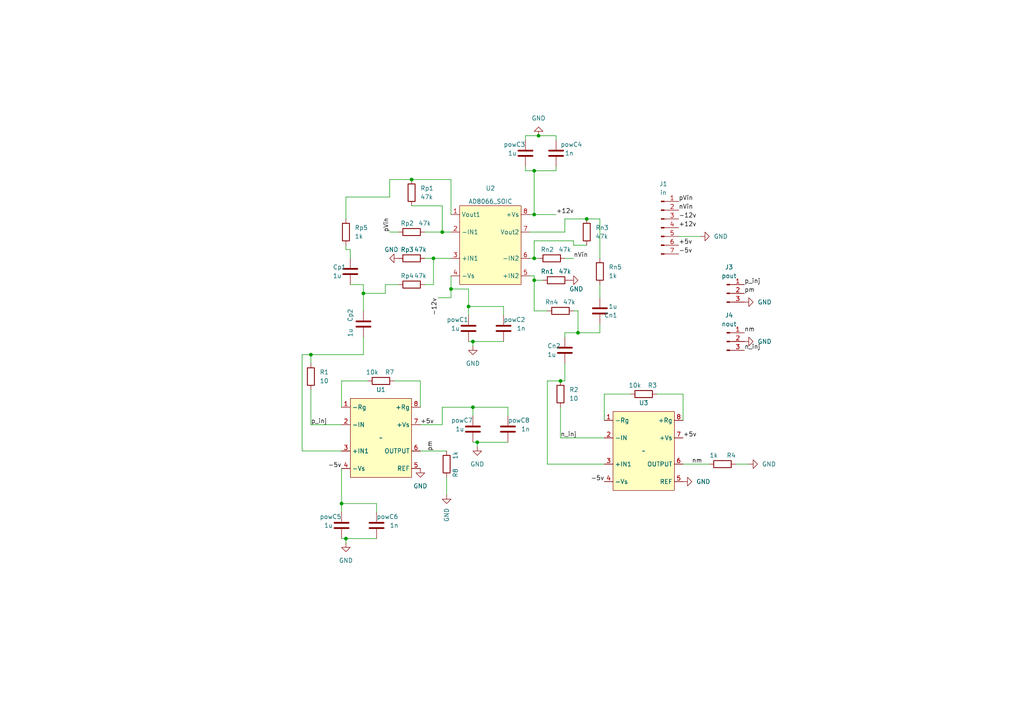
<source format=kicad_sch>
(kicad_sch (version 20230121) (generator eeschema)
  (paper "A4")
  (lib_symbols
    (symbol "AD8132:AD623"
      (property "Reference" "U" (at 0 0 0))
      (symbol "AD623_1_1"
        (rectangle (start -8.89 11.43) (end 8.89 -11.43) (fill (type background)))
        (pin bidirectional line (at -11.43 8.89 0) (length 2.54) (name "-Rg") (number "1"))
        (pin bidirectional line (at -11.43 3.81 0) (length 2.54) (name "-IN") (number "2"))
        (pin bidirectional line (at -11.43 -3.81 0) (length 2.54) (name "+IN1") (number "3"))
        (pin bidirectional line (at -11.43 -8.89 0) (length 2.54) (name "-Vs") (number "4"))
        (pin bidirectional line (at 11.43 -8.89 180) (length 2.54) (name "REF") (number "5"))
        (pin bidirectional line (at 11.43 -3.81 180) (length 2.54) (name "OUTPUT") (number "6"))
        (pin bidirectional line (at 11.43 3.81 180) (length 2.54) (name "+Vs") (number "7"))
        (pin bidirectional line (at 11.43 8.89 180) (length 2.54) (name "+Rg") (number "8"))
      )
    )
    (symbol "AD8132:AD8066_SOIC"
      (property "Reference" "U" (at 0 10.16 0))
      (property "Value" "AD8066_SOIC" (at 1.27 11.43 0))
      (symbol "AD8066_SOIC_1_1"
        (rectangle (start -8.89 8.89) (end 8.89 -13.97) (fill (type background)))
        (pin bidirectional line (at -11.43 6.35 0) (length 2.54) (name "Vout1") (number "1"))
        (pin bidirectional line (at -11.43 1.27 0) (length 2.54) (name "-IN1") (number "2"))
        (pin bidirectional line (at -11.43 -6.35 0) (length 2.54) (name "+IN1") (number "3"))
        (pin bidirectional line (at -11.43 -11.43 0) (length 2.54) (name "-Vs") (number "4"))
        (pin bidirectional line (at 11.43 -11.43 180) (length 2.54) (name "+IN2") (number "5"))
        (pin bidirectional line (at 11.43 -6.35 180) (length 2.54) (name "-IN2") (number "6"))
        (pin bidirectional line (at 11.43 1.27 180) (length 2.54) (name "Vout2") (number "7"))
        (pin bidirectional line (at 11.43 6.35 180) (length 2.54) (name "+Vs") (number "8"))
      )
    )
    (symbol "Connector:Conn_01x03_Pin" (pin_names (offset 1.016) hide)
      (property "Reference" "J" (at 0 5.08 0))
      (property "Value" "Conn_01x03_Pin" (at 0 -5.08 0))
      (symbol "Conn_01x03_Pin_1_1"
        (polyline (pts (xy 1.27 -2.54) (xy 0.8636 -2.54)) (stroke (width 0.1524)))
        (polyline (pts (xy 1.27 0) (xy 0.8636 0)) (stroke (width 0.1524)))
        (polyline (pts (xy 1.27 2.54) (xy 0.8636 2.54)) (stroke (width 0.1524)))
        (rectangle (start 0.8636 -2.413) (end 0 -2.667) (stroke (width 0.1524)) (fill (type outline)))
        (rectangle (start 0.8636 0.127) (end 0 -0.127) (stroke (width 0.1524)) (fill (type outline)))
        (rectangle (start 0.8636 2.667) (end 0 2.413) (stroke (width 0.1524)) (fill (type outline)))
        (pin passive line (at 5.08 2.54 180) (length 3.81) (name "Pin_1") (number "1"))
        (pin passive line (at 5.08 0 180) (length 3.81) (name "Pin_2") (number "2"))
        (pin passive line (at 5.08 -2.54 180) (length 3.81) (name "Pin_3") (number "3"))
      )
    )
    (symbol "Connector:Conn_01x07_Pin" (pin_names (offset 1.016) hide)
      (property "Reference" "J" (at 0 10.16 0))
      (property "Value" "Conn_01x07_Pin" (at 0 -10.16 0))
      (symbol "Conn_01x07_Pin_1_1"
        (polyline (pts (xy 1.27 -7.62) (xy 0.8636 -7.62)) (stroke (width 0.1524)))
        (polyline (pts (xy 1.27 -5.08) (xy 0.8636 -5.08)) (stroke (width 0.1524)))
        (polyline (pts (xy 1.27 -2.54) (xy 0.8636 -2.54)) (stroke (width 0.1524)))
        (polyline (pts (xy 1.27 0) (xy 0.8636 0)) (stroke (width 0.1524)))
        (polyline (pts (xy 1.27 2.54) (xy 0.8636 2.54)) (stroke (width 0.1524)))
        (polyline (pts (xy 1.27 5.08) (xy 0.8636 5.08)) (stroke (width 0.1524)))
        (polyline (pts (xy 1.27 7.62) (xy 0.8636 7.62)) (stroke (width 0.1524)))
        (rectangle (start 0.8636 -7.493) (end 0 -7.747) (stroke (width 0.1524)) (fill (type outline)))
        (rectangle (start 0.8636 -4.953) (end 0 -5.207) (stroke (width 0.1524)) (fill (type outline)))
        (rectangle (start 0.8636 -2.413) (end 0 -2.667) (stroke (width 0.1524)) (fill (type outline)))
        (rectangle (start 0.8636 0.127) (end 0 -0.127) (stroke (width 0.1524)) (fill (type outline)))
        (rectangle (start 0.8636 2.667) (end 0 2.413) (stroke (width 0.1524)) (fill (type outline)))
        (rectangle (start 0.8636 5.207) (end 0 4.953) (stroke (width 0.1524)) (fill (type outline)))
        (rectangle (start 0.8636 7.747) (end 0 7.493) (stroke (width 0.1524)) (fill (type outline)))
        (pin passive line (at 5.08 7.62 180) (length 3.81) (name "Pin_1") (number "1"))
        (pin passive line (at 5.08 5.08 180) (length 3.81) (name "Pin_2") (number "2"))
        (pin passive line (at 5.08 2.54 180) (length 3.81) (name "Pin_3") (number "3"))
        (pin passive line (at 5.08 0 180) (length 3.81) (name "Pin_4") (number "4"))
        (pin passive line (at 5.08 -2.54 180) (length 3.81) (name "Pin_5") (number "5"))
        (pin passive line (at 5.08 -5.08 180) (length 3.81) (name "Pin_6") (number "6"))
        (pin passive line (at 5.08 -7.62 180) (length 3.81) (name "Pin_7") (number "7"))
      )
    )
    (symbol "Device:C" (pin_numbers hide) (pin_names (offset 0.254))
      (property "Reference" "C" (at 0.635 2.54 0))
      (property "Value" "C" (at 0.635 -2.54 0))
      (symbol "C_0_1"
        (polyline (pts (xy -2.032 -0.762) (xy 2.032 -0.762)) (stroke (width 0.508)))
        (polyline (pts (xy -2.032 0.762) (xy 2.032 0.762)) (stroke (width 0.508)))
      )
      (symbol "C_1_1"
        (pin passive line (at 0 3.81 270) (length 2.794) (name "~") (number "1"))
        (pin passive line (at 0 -3.81 90) (length 2.794) (name "~") (number "2"))
      )
    )
    (symbol "Device:R" (pin_numbers hide) (pin_names (offset 0))
      (property "Reference" "R" (at 2.032 0 90))
      (property "Value" "R" (at 0 0 90))
      (symbol "R_0_1"
        (rectangle (start -1.016 -2.54) (end 1.016 2.54) (stroke (width 0.254)))
      )
      (symbol "R_1_1"
        (pin passive line (at 0 3.81 270) (length 1.27) (name "~") (number "1"))
        (pin passive line (at 0 -3.81 90) (length 1.27) (name "~") (number "2"))
      )
    )
    (symbol "power:GND" (power) (pin_names (offset 0))
      (property "Value" "GND" (at 0 -3.81 0))
      (symbol "GND_0_1"
        (polyline (pts (xy 0 0) (xy 0 -1.27) (xy 1.27 -1.27) (xy 0 -2.54) (xy -1.27 -1.27) (xy 0 -1.27)))
      )
      (symbol "GND_1_1"
        (pin power_in line (at 0 0 270) (length 0) hide (name "GND") (number "1"))
      )
    )
  )
  (junction (at 170.18 63.5))
  (junction (at 90.17 102.87))
  (junction (at 138.43 128.27))
  (junction (at 100.33 156.21))
  (junction (at 154.94 74.93))
  (junction (at 154.94 81.28))
  (junction (at 156.21 39.37))
  (junction (at 154.94 62.23))
  (junction (at 167.64 96.52))
  (junction (at 137.16 118.11))
  (junction (at 128.27 67.31))
  (junction (at 99.06 146.05))
  (junction (at 119.38 52.07))
  (junction (at 137.16 99.06))
  (junction (at 130.81 83.82))
  (junction (at 154.94 49.53))
  (junction (at 105.41 85.09))
  (junction (at 162.56 110.49))
  (junction (at 135.89 88.9))
  (junction (at 125.73 74.93))
  (wire (pts (xy 152.4 39.37) (xy 152.4 40.64)))
  (wire (pts (xy 135.89 88.9) (xy 146.05 88.9)))
  (wire (pts (xy 135.89 88.9) (xy 135.89 83.82)))
  (wire (pts (xy 113.03 67.31) (xy 115.57 67.31)))
  (wire (pts (xy 128.27 123.19) (xy 128.27 118.11)))
  (wire (pts (xy 121.92 110.49) (xy 121.92 118.11)))
  (wire (pts (xy 90.17 113.03) (xy 90.17 123.19)))
  (wire (pts (xy 154.94 81.28) (xy 157.48 81.28)))
  (wire (pts (xy 135.89 99.06) (xy 137.16 99.06)))
  (wire (pts (xy 154.94 49.53) (xy 154.94 62.23)))
  (wire (pts (xy 99.06 148.59) (xy 99.06 146.05)))
  (wire (pts (xy 153.67 67.31) (xy 163.83 67.31)))
  (wire (pts (xy 156.21 39.37) (xy 152.4 39.37)))
  (wire (pts (xy 101.6 82.55) (xy 105.41 82.55)))
  (wire (pts (xy 113.03 52.07) (xy 119.38 52.07)))
  (wire (pts (xy 121.92 130.81) (xy 129.54 130.81)))
  (wire (pts (xy 170.18 63.5) (xy 173.99 63.5)))
  (wire (pts (xy 123.19 74.93) (xy 125.73 74.93)))
  (wire (pts (xy 153.67 74.93) (xy 154.94 74.93)))
  (wire (pts (xy 87.63 130.81) (xy 99.06 130.81)))
  (wire (pts (xy 135.89 83.82) (xy 130.81 83.82)))
  (wire (pts (xy 113.03 57.15) (xy 100.33 57.15)))
  (wire (pts (xy 137.16 99.06) (xy 146.05 99.06)))
  (wire (pts (xy 167.64 96.52) (xy 173.99 96.52)))
  (wire (pts (xy 99.06 110.49) (xy 106.68 110.49)))
  (wire (pts (xy 152.4 49.53) (xy 154.94 49.53)))
  (wire (pts (xy 166.37 71.12) (xy 170.18 71.12)))
  (wire (pts (xy 173.99 96.52) (xy 173.99 93.98)))
  (wire (pts (xy 99.06 118.11) (xy 99.06 110.49)))
  (wire (pts (xy 163.83 105.41) (xy 163.83 110.49)))
  (wire (pts (xy 138.43 128.27) (xy 147.32 128.27)))
  (wire (pts (xy 175.26 114.3) (xy 175.26 121.92)))
  (wire (pts (xy 137.16 99.06) (xy 137.16 100.33)))
  (wire (pts (xy 158.75 110.49) (xy 162.56 110.49)))
  (wire (pts (xy 213.36 134.62) (xy 217.17 134.62)))
  (wire (pts (xy 163.83 63.5) (xy 170.18 63.5)))
  (wire (pts (xy 167.64 90.17) (xy 167.64 96.52)))
  (wire (pts (xy 162.56 127) (xy 175.26 127)))
  (wire (pts (xy 101.6 72.39) (xy 101.6 74.93)))
  (wire (pts (xy 99.06 135.89) (xy 99.06 146.05)))
  (wire (pts (xy 113.03 57.15) (xy 113.03 52.07)))
  (wire (pts (xy 156.21 39.37) (xy 161.29 39.37)))
  (wire (pts (xy 130.81 62.23) (xy 130.81 52.07)))
  (wire (pts (xy 198.12 134.62) (xy 205.74 134.62)))
  (wire (pts (xy 190.5 114.3) (xy 198.12 114.3)))
  (wire (pts (xy 137.16 118.11) (xy 147.32 118.11)))
  (wire (pts (xy 128.27 59.69) (xy 119.38 59.69)))
  (wire (pts (xy 154.94 90.17) (xy 158.75 90.17)))
  (wire (pts (xy 137.16 120.65) (xy 137.16 118.11)))
  (wire (pts (xy 154.94 81.28) (xy 154.94 90.17)))
  (wire (pts (xy 175.26 134.62) (xy 158.75 134.62)))
  (wire (pts (xy 90.17 102.87) (xy 90.17 105.41)))
  (wire (pts (xy 121.92 123.19) (xy 128.27 123.19)))
  (wire (pts (xy 162.56 118.11) (xy 162.56 127)))
  (wire (pts (xy 153.67 62.23) (xy 154.94 62.23)))
  (wire (pts (xy 203.2 68.58) (xy 196.85 68.58)))
  (wire (pts (xy 105.41 97.79) (xy 105.41 102.87)))
  (wire (pts (xy 198.12 114.3) (xy 198.12 121.92)))
  (wire (pts (xy 123.19 82.55) (xy 125.73 82.55)))
  (wire (pts (xy 161.29 40.64) (xy 161.29 39.37)))
  (wire (pts (xy 127 86.36) (xy 130.81 86.36)))
  (wire (pts (xy 123.19 67.31) (xy 128.27 67.31)))
  (wire (pts (xy 129.54 138.43) (xy 129.54 143.51)))
  (wire (pts (xy 90.17 102.87) (xy 87.63 102.87)))
  (wire (pts (xy 111.76 85.09) (xy 105.41 85.09)))
  (wire (pts (xy 114.3 110.49) (xy 121.92 110.49)))
  (wire (pts (xy 90.17 102.87) (xy 105.41 102.87)))
  (wire (pts (xy 105.41 85.09) (xy 105.41 90.17)))
  (wire (pts (xy 147.32 118.11) (xy 147.32 120.65)))
  (wire (pts (xy 154.94 62.23) (xy 161.29 62.23)))
  (wire (pts (xy 163.83 74.93) (xy 166.37 74.93)))
  (wire (pts (xy 173.99 63.5) (xy 173.99 74.93)))
  (wire (pts (xy 115.57 82.55) (xy 111.76 82.55)))
  (wire (pts (xy 163.83 110.49) (xy 162.56 110.49)))
  (wire (pts (xy 99.06 156.21) (xy 100.33 156.21)))
  (wire (pts (xy 90.17 123.19) (xy 99.06 123.19)))
  (wire (pts (xy 137.16 128.27) (xy 138.43 128.27)))
  (wire (pts (xy 173.99 82.55) (xy 173.99 86.36)))
  (wire (pts (xy 154.94 74.93) (xy 154.94 69.85)))
  (wire (pts (xy 100.33 57.15) (xy 100.33 63.5)))
  (wire (pts (xy 128.27 67.31) (xy 128.27 59.69)))
  (wire (pts (xy 105.41 82.55) (xy 105.41 85.09)))
  (wire (pts (xy 100.33 71.12) (xy 100.33 72.39)))
  (wire (pts (xy 152.4 48.26) (xy 152.4 49.53)))
  (wire (pts (xy 109.22 146.05) (xy 109.22 148.59)))
  (wire (pts (xy 166.37 69.85) (xy 166.37 71.12)))
  (wire (pts (xy 182.88 114.3) (xy 175.26 114.3)))
  (wire (pts (xy 167.64 96.52) (xy 163.83 96.52)))
  (wire (pts (xy 130.81 83.82) (xy 130.81 80.01)))
  (wire (pts (xy 154.94 80.01) (xy 154.94 81.28)))
  (wire (pts (xy 111.76 82.55) (xy 111.76 85.09)))
  (wire (pts (xy 166.37 90.17) (xy 167.64 90.17)))
  (wire (pts (xy 135.89 91.44) (xy 135.89 88.9)))
  (wire (pts (xy 87.63 102.87) (xy 87.63 130.81)))
  (wire (pts (xy 138.43 128.27) (xy 138.43 129.54)))
  (wire (pts (xy 154.94 49.53) (xy 161.29 49.53)))
  (wire (pts (xy 128.27 118.11) (xy 137.16 118.11)))
  (wire (pts (xy 163.83 96.52) (xy 163.83 97.79)))
  (wire (pts (xy 154.94 74.93) (xy 156.21 74.93)))
  (wire (pts (xy 128.27 67.31) (xy 130.81 67.31)))
  (wire (pts (xy 154.94 69.85) (xy 166.37 69.85)))
  (wire (pts (xy 163.83 67.31) (xy 163.83 63.5)))
  (wire (pts (xy 100.33 156.21) (xy 109.22 156.21)))
  (wire (pts (xy 153.67 80.01) (xy 154.94 80.01)))
  (wire (pts (xy 101.6 72.39) (xy 100.33 72.39)))
  (wire (pts (xy 130.81 86.36) (xy 130.81 83.82)))
  (wire (pts (xy 100.33 156.21) (xy 100.33 157.48)))
  (wire (pts (xy 125.73 74.93) (xy 125.73 82.55)))
  (wire (pts (xy 119.38 52.07) (xy 130.81 52.07)))
  (wire (pts (xy 161.29 48.26) (xy 161.29 49.53)))
  (wire (pts (xy 146.05 88.9) (xy 146.05 91.44)))
  (wire (pts (xy 99.06 146.05) (xy 109.22 146.05)))
  (wire (pts (xy 158.75 134.62) (xy 158.75 110.49)))
  (wire (pts (xy 125.73 74.93) (xy 130.81 74.93)))
  (label "nVin" (at 196.85 60.96 0))
  (label "n_inj" (at 162.56 127 0))
  (label "-5v" (at 196.85 73.66 0))
  (label "+12v" (at 161.29 62.23 0))
  (label "pVin" (at 113.03 67.31 90))
  (label "+5v" (at 196.85 71.12 0))
  (label "p_inj" (at 215.9 82.55 0))
  (label "-12v" (at 196.85 63.5 0))
  (label "-5v" (at 175.26 139.7 180))
  (label "nm" (at 200.66 134.62 0))
  (label "nm" (at 215.9 96.52 0))
  (label "nVin" (at 166.37 74.93 0))
  (label "pm" (at 125.73 130.81 90))
  (label "+12v" (at 196.85 66.04 0))
  (label "+5v" (at 198.12 127 0))
  (label "p_inj" (at 90.17 123.19 0))
  (label "-5v" (at 99.06 135.89 180))
  (label "n_inj" (at 215.9 101.6 0))
  (label "pVin" (at 196.85 58.42 0))
  (label "+5v" (at 121.92 123.19 0))
  (label "-12v" (at 127 86.36 270))
  (label "pm" (at 215.9 85.09 0))
  (symbol (lib_id "Device:C") (at 152.4 44.45 0) (unit 1)
    (property "Reference" "powC3" (at 146.05 41.91 0) (effects (justify left)))
    (property "Value" "1u" (at 147.32 44.45 0) (effects (justify left)))
    (property "Footprint" "Resistor_THT:R_Axial_DIN0207_L6.3mm_D2.5mm_P7.62mm_Horizontal" (effects hide))
  )
  (symbol (lib_id "power:GND") (at 121.92 135.89 0) (unit 1)
    (property "Reference" "#PWR02" (effects hide))
    (property "Value" "GND" (at 121.92 140.97 0))
  )
  (symbol (lib_id "power:GND") (at 165.1 81.28 90) (unit 1)
    (property "Reference" "#PWR07" (effects hide))
    (property "Value" "GND" (at 165.1 83.82 90) (effects (justify right)))
  )
  (symbol (lib_id "Device:R") (at 173.99 78.74 180) (unit 1)
    (property "Reference" "Rn5" (at 176.53 77.47 0) (effects (justify right)))
    (property "Value" "1k" (at 176.53 80.01 0) (effects (justify right)))
    (property "Footprint" "Resistor_THT:R_Axial_DIN0207_L6.3mm_D2.5mm_P10.16mm_Horizontal" (effects hide))
  )
  (symbol (lib_id "power:GND") (at 156.21 39.37 180) (unit 1)
    (property "Reference" "#PWR05" (effects hide))
    (property "Value" "GND" (at 156.21 34.29 0))
  )
  (symbol (lib_id "Device:R") (at 119.38 55.88 180) (unit 1)
    (property "Reference" "Rp1" (at 121.92 54.61 0) (effects (justify right)))
    (property "Value" "47k" (at 121.92 57.15 0) (effects (justify right)))
    (property "Footprint" "Resistor_THT:R_Axial_DIN0207_L6.3mm_D2.5mm_P10.16mm_Horizontal" (effects hide))
  )
  (symbol (lib_id "Device:R") (at 90.17 109.22 180) (unit 1)
    (property "Reference" "R1" (at 92.71 107.95 0) (effects (justify right)))
    (property "Value" "10" (at 92.71 110.49 0) (effects (justify right)))
    (property "Footprint" "Resistor_THT:R_Axial_DIN0207_L6.3mm_D2.5mm_P10.16mm_Horizontal" (effects hide))
  )
  (symbol (lib_id "Device:C") (at 109.22 152.4 0) (unit 1)
    (property "Reference" "powC6" (at 109.22 149.86 0) (effects (justify left)))
    (property "Value" "1n" (at 113.03 152.4 0) (effects (justify left)))
    (property "Footprint" "Resistor_THT:R_Axial_DIN0207_L6.3mm_D2.5mm_P7.62mm_Horizontal" (effects hide))
  )
  (symbol (lib_id "Device:R") (at 170.18 67.31 0) (unit 1)
    (property "Reference" "Rn3" (at 172.72 66.04 0) (effects (justify left)))
    (property "Value" "47k" (at 172.72 68.58 0) (effects (justify left)))
    (property "Footprint" "Resistor_THT:R_Axial_DIN0207_L6.3mm_D2.5mm_P10.16mm_Horizontal" (effects hide))
  )
  (symbol (lib_id "power:GND") (at 215.9 99.06 90) (unit 1)
    (property "Reference" "#PWR09" (effects hide))
    (property "Value" "GND" (at 219.71 99.06 90) (effects (justify right)))
  )
  (symbol (lib_id "Device:C") (at 99.06 152.4 0) (unit 1)
    (property "Reference" "powC5" (at 92.71 149.86 0) (effects (justify left)))
    (property "Value" "1u" (at 93.98 152.4 0) (effects (justify left)))
    (property "Footprint" "Resistor_THT:R_Axial_DIN0207_L6.3mm_D2.5mm_P7.62mm_Horizontal" (effects hide))
  )
  (symbol (lib_id "power:GND") (at 137.16 100.33 0) (unit 1)
    (property "Reference" "#PWR03" (effects hide))
    (property "Value" "GND" (at 137.16 105.41 0))
  )
  (symbol (lib_id "AD8132:AD623") (at 110.49 127 0) (unit 1)
    (property "Reference" "U1" (at 110.49 113.03 0))
    (property "Value" "~" (at 110.49 127 0))
    (property "Footprint" "Package_DIP:DIP-8_W7.62mm" (effects hide))
  )
  (symbol (lib_id "Device:R") (at 129.54 134.62 180) (unit 1)
    (property "Reference" "R8" (at 132.08 137.16 90))
    (property "Value" "1k" (at 132.08 132.08 90))
    (property "Footprint" "Resistor_THT:R_Axial_DIN0207_L6.3mm_D2.5mm_P10.16mm_Horizontal" (effects hide))
  )
  (symbol (lib_id "Device:R") (at 119.38 74.93 90) (unit 1)
    (property "Reference" "Rp3" (at 118.11 72.39 90))
    (property "Value" "47k" (at 121.92 72.39 90))
    (property "Footprint" "Resistor_THT:R_Axial_DIN0207_L6.3mm_D2.5mm_P10.16mm_Horizontal" (effects hide))
  )
  (symbol (lib_id "power:GND") (at 129.54 143.51 0) (unit 1)
    (property "Reference" "#PWR04" (effects hide))
    (property "Value" "GND" (at 129.54 147.32 90) (effects (justify right)))
  )
  (symbol (lib_id "Device:R") (at 161.29 81.28 270) (unit 1)
    (property "Reference" "Rn1" (at 158.75 78.74 90))
    (property "Value" "47k" (at 163.83 78.74 90))
    (property "Footprint" "Resistor_THT:R_Axial_DIN0207_L6.3mm_D2.5mm_P10.16mm_Horizontal" (effects hide))
  )
  (symbol (lib_id "Device:C") (at 137.16 124.46 0) (unit 1)
    (property "Reference" "powC7" (at 130.81 121.92 0) (effects (justify left)))
    (property "Value" "1u" (at 132.08 124.46 0) (effects (justify left)))
    (property "Footprint" "Resistor_THT:R_Axial_DIN0207_L6.3mm_D2.5mm_P7.62mm_Horizontal" (effects hide))
  )
  (symbol (lib_id "power:GND") (at 215.9 87.63 90) (unit 1)
    (property "Reference" "#PWR013" (effects hide))
    (property "Value" "GND" (at 219.71 87.63 90) (effects (justify right)))
  )
  (symbol (lib_id "Device:C") (at 147.32 124.46 0) (unit 1)
    (property "Reference" "powC8" (at 147.32 121.92 0) (effects (justify left)))
    (property "Value" "1n" (at 151.13 124.46 0) (effects (justify left)))
    (property "Footprint" "Resistor_THT:R_Axial_DIN0207_L6.3mm_D2.5mm_P7.62mm_Horizontal" (effects hide))
  )
  (symbol (lib_id "AD8132:AD8066_SOIC") (at 142.24 68.58 0) (unit 1)
    (property "Reference" "U2" (at 142.24 54.61 0))
    (property "Value" "AD8066_SOIC" (at 142.24 58.42 0))
    (property "Footprint" "Package_DIP:DIP-8_W7.62mm" (effects hide))
  )
  (symbol (lib_id "Device:R") (at 100.33 67.31 180) (unit 1)
    (property "Reference" "Rp5" (at 102.87 66.04 0) (effects (justify right)))
    (property "Value" "1k" (at 102.87 68.58 0) (effects (justify right)))
    (property "Footprint" "Resistor_THT:R_Axial_DIN0207_L6.3mm_D2.5mm_P10.16mm_Horizontal" (effects hide))
  )
  (symbol (lib_id "Connector:Conn_01x07_Pin") (at 191.77 66.04 0) (unit 1)
    (property "Reference" "J1" (at 192.405 53.34 0))
    (property "Value" "in" (at 192.405 55.88 0))
    (property "Footprint" "Connector_PinHeader_2.54mm:PinHeader_1x07_P2.54mm_Vertical" (effects hide))
  )
  (symbol (lib_id "power:GND") (at 198.12 139.7 90) (unit 1)
    (property "Reference" "#PWR08" (effects hide))
    (property "Value" "GND" (at 201.93 139.7 90) (effects (justify right)))
  )
  (symbol (lib_id "Device:R") (at 119.38 67.31 90) (unit 1)
    (property "Reference" "Rp2" (at 118.11 64.77 90))
    (property "Value" "47k" (at 123.19 64.77 90))
    (property "Footprint" "Resistor_THT:R_Axial_DIN0207_L6.3mm_D2.5mm_P10.16mm_Horizontal" (effects hide))
  )
  (symbol (lib_id "Device:R") (at 162.56 90.17 270) (unit 1)
    (property "Reference" "Rn4" (at 160.02 87.63 90))
    (property "Value" "47k" (at 165.1 87.63 90))
    (property "Footprint" "Resistor_THT:R_Axial_DIN0207_L6.3mm_D2.5mm_P10.16mm_Horizontal" (effects hide))
  )
  (symbol (lib_id "Device:R") (at 119.38 82.55 90) (unit 1)
    (property "Reference" "Rp4" (at 118.11 80.01 90))
    (property "Value" "47k" (at 121.92 80.01 90))
    (property "Footprint" "Resistor_THT:R_Axial_DIN0207_L6.3mm_D2.5mm_P10.16mm_Horizontal" (effects hide))
  )
  (symbol (lib_id "Device:R") (at 110.49 110.49 270) (unit 1)
    (property "Reference" "R7" (at 113.03 107.95 90))
    (property "Value" "10k" (at 107.95 107.95 90))
    (property "Footprint" "Resistor_THT:R_Axial_DIN0207_L6.3mm_D2.5mm_P10.16mm_Horizontal" (effects hide))
  )
  (symbol (lib_id "power:GND") (at 217.17 134.62 90) (unit 1)
    (property "Reference" "#PWR010" (effects hide))
    (property "Value" "GND" (at 220.98 134.62 90) (effects (justify right)))
  )
  (symbol (lib_id "Device:C") (at 105.41 93.98 0) (unit 1)
    (property "Reference" "Cp2" (at 101.6 91.44 90))
    (property "Value" "1u" (at 101.6 96.52 90))
    (property "Footprint" "Resistor_THT:R_Axial_DIN0207_L6.3mm_D2.5mm_P7.62mm_Horizontal" (effects hide))
  )
  (symbol (lib_id "Connector:Conn_01x03_Pin") (at 210.82 85.09 0) (unit 1)
    (property "Reference" "J3" (at 211.455 77.47 0))
    (property "Value" "pout" (at 211.455 80.01 0))
    (property "Footprint" "Connector_PinHeader_2.54mm:PinHeader_1x03_P2.54mm_Vertical" (effects hide))
  )
  (symbol (lib_id "Device:R") (at 186.69 114.3 270) (unit 1)
    (property "Reference" "R3" (at 189.23 111.76 90))
    (property "Value" "10k" (at 184.15 111.76 90))
    (property "Footprint" "Resistor_THT:R_Axial_DIN0207_L6.3mm_D2.5mm_P10.16mm_Horizontal" (effects hide))
  )
  (symbol (lib_id "Device:R") (at 209.55 134.62 270) (unit 1)
    (property "Reference" "R4" (at 212.09 132.08 90))
    (property "Value" "1k" (at 207.01 132.08 90))
    (property "Footprint" "Resistor_THT:R_Axial_DIN0207_L6.3mm_D2.5mm_P10.16mm_Horizontal" (effects hide))
  )
  (symbol (lib_id "Connector:Conn_01x03_Pin") (at 210.82 99.06 0) (unit 1)
    (property "Reference" "J4" (at 211.455 91.44 0))
    (property "Value" "nout" (at 211.455 93.98 0))
    (property "Footprint" "Connector_PinHeader_2.54mm:PinHeader_1x03_P2.54mm_Vertical" (effects hide))
  )
  (symbol (lib_id "Device:C") (at 146.05 95.25 0) (unit 1)
    (property "Reference" "powC2" (at 146.05 92.71 0) (effects (justify left)))
    (property "Value" "1n" (at 149.86 95.25 0) (effects (justify left)))
    (property "Footprint" "Resistor_THT:R_Axial_DIN0207_L6.3mm_D2.5mm_P7.62mm_Horizontal" (effects hide))
  )
  (symbol (lib_id "Device:C") (at 173.99 90.17 180) (unit 1)
    (property "Reference" "Cn1" (at 179.07 91.44 0) (effects (justify left)))
    (property "Value" "1u" (at 179.07 88.9 0) (effects (justify left)))
    (property "Footprint" "Resistor_THT:R_Axial_DIN0207_L6.3mm_D2.5mm_P7.62mm_Horizontal" (effects hide))
  )
  (symbol (lib_id "Device:C") (at 135.89 95.25 0) (unit 1)
    (property "Reference" "powC1" (at 129.54 92.71 0) (effects (justify left)))
    (property "Value" "1u" (at 130.81 95.25 0) (effects (justify left)))
    (property "Footprint" "Resistor_THT:R_Axial_DIN0207_L6.3mm_D2.5mm_P7.62mm_Horizontal" (effects hide))
  )
  (symbol (lib_id "Device:C") (at 161.29 44.45 0) (unit 1)
    (property "Reference" "powC4" (at 162.56 41.91 0) (effects (justify left)))
    (property "Value" "1n" (at 163.83 44.45 0) (effects (justify left)))
    (property "Footprint" "Resistor_THT:R_Axial_DIN0207_L6.3mm_D2.5mm_P7.62mm_Horizontal" (effects hide))
  )
  (symbol (lib_id "Device:R") (at 160.02 74.93 270) (unit 1)
    (property "Reference" "Rn2" (at 158.75 72.39 90))
    (property "Value" "47k" (at 163.83 72.39 90))
    (property "Footprint" "Resistor_THT:R_Axial_DIN0207_L6.3mm_D2.5mm_P10.16mm_Horizontal" (effects hide))
  )
  (symbol (lib_id "Device:R") (at 162.56 114.3 180) (unit 1)
    (property "Reference" "R2" (at 165.1 113.03 0) (effects (justify right)))
    (property "Value" "10" (at 165.1 115.57 0) (effects (justify right)))
    (property "Footprint" "Resistor_THT:R_Axial_DIN0207_L6.3mm_D2.5mm_P10.16mm_Horizontal" (effects hide))
  )
  (symbol (lib_id "power:GND") (at 100.33 157.48 0) (unit 1)
    (property "Reference" "#PWR011" (effects hide))
    (property "Value" "GND" (at 100.33 162.56 0))
  )
  (symbol (lib_id "Device:C") (at 101.6 78.74 0) (unit 1)
    (property "Reference" "Cp1" (at 96.52 77.47 0) (effects (justify left)))
    (property "Value" "1u" (at 96.52 80.01 0) (effects (justify left)))
    (property "Footprint" "Resistor_THT:R_Axial_DIN0207_L6.3mm_D2.5mm_P7.62mm_Horizontal" (effects hide))
  )
  (symbol (lib_id "power:GND") (at 115.57 74.93 270) (unit 1)
    (property "Reference" "#PWR01" (effects hide))
    (property "Value" "GND" (at 115.57 72.39 90) (effects (justify right)))
  )
  (symbol (lib_id "AD8132:AD623") (at 186.69 130.81 0) (unit 1)
    (property "Reference" "U3" (at 186.69 116.84 0))
    (property "Value" "~" (at 186.69 130.81 0))
    (property "Footprint" "Package_DIP:DIP-8_W7.62mm" (effects hide))
  )
  (symbol (lib_id "power:GND") (at 138.43 129.54 0) (unit 1)
    (property "Reference" "#PWR012" (effects hide))
    (property "Value" "GND" (at 138.43 134.62 0))
  )
  (symbol (lib_id "power:GND") (at 203.2 68.58 90) (unit 1)
    (property "Reference" "#PWR06" (effects hide))
    (property "Value" "GND" (at 207.01 68.58 90) (effects (justify right)))
  )
  (symbol (lib_id "Device:C") (at 163.83 101.6 0) (unit 1)
    (property "Reference" "Cn2" (at 158.75 100.33 0) (effects (justify left)))
    (property "Value" "1u" (at 158.75 102.87 0) (effects (justify left)))
    (property "Footprint" "Resistor_THT:R_Axial_DIN0207_L6.3mm_D2.5mm_P7.62mm_Horizontal" (effects hide))
  )
)
</source>
